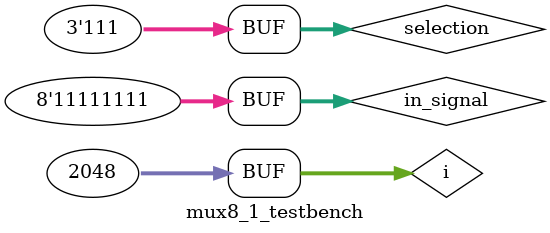
<source format=sv>
`timescale 1ns/10ps
module mux8_1(out, in_signal, selection);    
	output logic out;  
	input  logic [7:0] in_signal;
	input logic [2:0] selection;     
	logic  v0, v1; 
	mux4_1 m0(.out(v0), .in_signal(in_signal[3:0]), .selection(selection[1:0]));
	mux4_1 m1(.out(v1), .in_signal(in_signal[7:4]), .selection(selection[1:0]));
	mux2_1 m2(.out(out), .i0(v0),  .i1(v1),  .sel(selection[2]));  
 
endmodule
    
module mux8_1_testbench();     
	logic  [7:0] in_signal;
	logic [2:0] selection;
	logic  out;  
	mux8_1 dut (.out, .in_signal, .selection);     
	integer i;   
	initial begin 
	for(i=0; i<2048; i++) begin 
	{selection[2:0], in_signal[7:0]} = i; #10;  
	end    
	end    
endmodule
</source>
